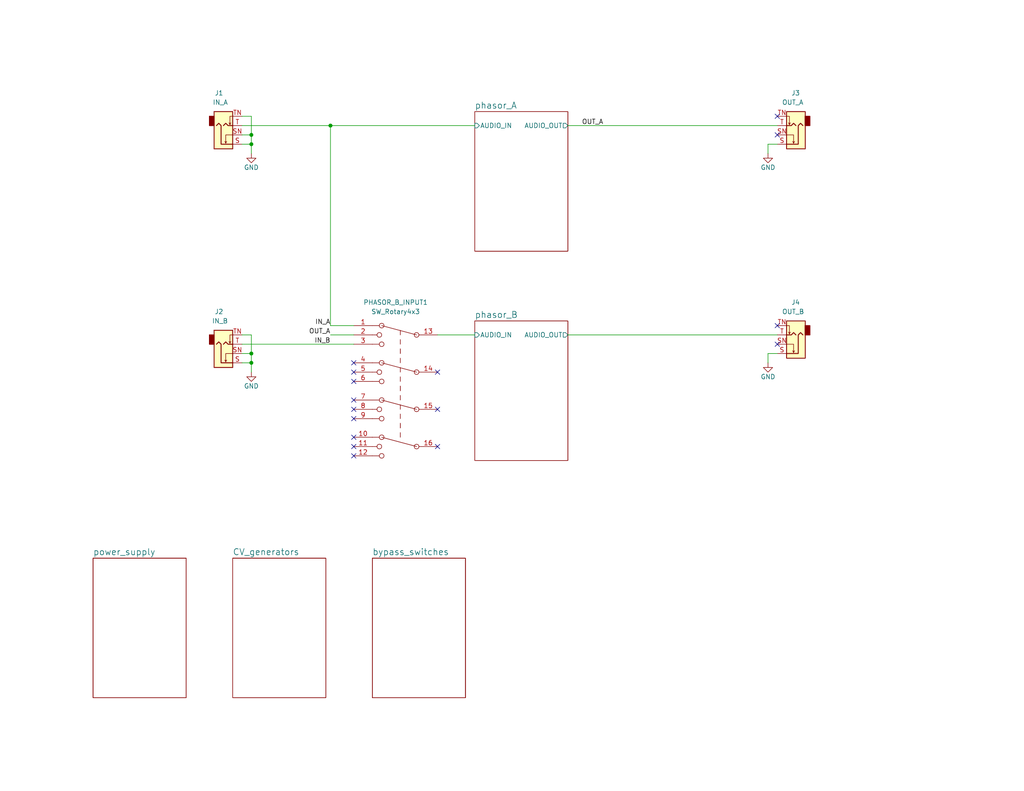
<source format=kicad_sch>
(kicad_sch (version 20211123) (generator eeschema)
  (paper "A")
  (title_block (title "Mu-Tron Bi-Phase near-clone") (date "2022-08-01") (rev "0") (comment 2 "creativecommons.org/licenses/by/4.0/") (comment 3 "License: CC by 4.0") (comment 4 "Author: Jordan Aceto"))
  (lib_symbols
    (symbol "Connector:AudioJack2_Switch"
      (property "Reference" "J" (at 0 11.43 0))
      (property "Value" "AudioJack2_Switch" (at 0 8.89 0))
      (symbol "AudioJack2_Switch_0_1"
        (rectangle (start -2.54 0) (end -3.81 -2.54) (stroke (width 0.254)) (fill (type outline)))
        (rectangle (start 2.54 6.35) (end -2.54 -3.81) (stroke (width 0.254)) (fill (type background)))
      )
      (symbol "AudioJack2_Switch_1_1"
        (polyline (pts (xy 0.635 4.826) (xy 0.889 4.318)))
        (polyline (pts (xy 1.778 -0.254) (xy 2.032 -0.762)))
        (polyline (pts (xy 0 0) (xy 0.635 -0.635) (xy 1.27 0) (xy 2.54 0)) (stroke (width 0.254)))
        (polyline (pts (xy 2.54 -2.54) (xy 1.778 -2.54) (xy 1.778 -0.254) (xy 1.524 -0.762)))
        (polyline (pts (xy 2.54 2.54) (xy 0.635 2.54) (xy 0.635 4.826) (xy 0.381 4.318)))
        (polyline (pts (xy 2.54 5.08) (xy -0.635 5.08) (xy -0.635 0) (xy -1.27 -0.635) (xy -1.905 0)) (stroke (width 0.254)))
        (pin passive line (at 5.08 5.08 180) (length 2.54) (name "~") (number "S"))
        (pin passive line (at 5.08 2.54 180) (length 2.54) (name "~") (number "SN"))
        (pin passive line (at 5.08 0 180) (length 2.54) (name "~") (number "T"))
        (pin passive line (at 5.08 -2.54 180) (length 2.54) (name "~") (number "TN"))
      )
    )
    (symbol "Switch:SW_Rotary4x3" (pin_names (offset 1.016) hide)
      (property "Reference" "SW" (at 0 20.32 0))
      (property "Value" "SW_Rotary4x3" (at 0 -20.32 0))
      (symbol "SW_Rotary4x3_0_0"
        (circle (center -4.445 -15.24) (radius 0.635))
        (circle (center -4.445 -5.08) (radius 0.635))
        (circle (center -4.445 5.08) (radius 0.635))
        (circle (center -4.445 15.24) (radius 0.635))
        (polyline (pts (xy -4.445 -15.24) (xy 5.08 -12.7)))
        (polyline (pts (xy -4.445 -5.08) (xy 5.08 -2.54)))
        (polyline (pts (xy -4.445 5.08) (xy 5.08 7.62)))
        (polyline (pts (xy -4.445 15.24) (xy 5.08 17.78)))
        (polyline (pts (xy 0 -12.7) (xy 0 -11.43)))
        (polyline (pts (xy 0 -10.16) (xy 0 -8.89)))
        (polyline (pts (xy 0 -10.16) (xy 0 -8.89)))
        (polyline (pts (xy 0 -7.62) (xy 0 -6.35)))
        (polyline (pts (xy 0 -5.08) (xy 0 -3.81)))
        (polyline (pts (xy 0 -2.54) (xy 0 -1.27)))
        (polyline (pts (xy 0 0) (xy 0 1.27)))
        (polyline (pts (xy 0 0) (xy 0 1.27)))
        (polyline (pts (xy 0 2.54) (xy 0 3.81)))
        (polyline (pts (xy 0 5.08) (xy 0 6.35)))
        (polyline (pts (xy 0 7.62) (xy 0 8.89)))
        (polyline (pts (xy 0 10.16) (xy 0 11.43)))
        (polyline (pts (xy 0 10.16) (xy 0 11.43)))
        (polyline (pts (xy 0 12.7) (xy 0 13.97)))
        (polyline (pts (xy 0 15.24) (xy 0 16.51)))
        (polyline (pts (xy 5.715 -17.78) (xy 7.62 -17.78)))
        (polyline (pts (xy 5.715 -12.7) (xy 7.62 -12.7)))
        (polyline (pts (xy 5.715 -7.62) (xy 7.62 -7.62)))
        (polyline (pts (xy 5.715 -2.54) (xy 7.62 -2.54)))
        (polyline (pts (xy 5.715 2.54) (xy 7.62 2.54)))
        (polyline (pts (xy 5.715 7.62) (xy 7.62 7.62)))
        (polyline (pts (xy 5.715 12.7) (xy 7.62 12.7)))
        (polyline (pts (xy 5.715 17.78) (xy 7.62 17.78)))
        (polyline (pts (xy 6.35 -15.24) (xy 7.62 -15.24)))
        (polyline (pts (xy 6.35 -5.08) (xy 7.62 -5.08)))
        (polyline (pts (xy 6.35 5.08) (xy 7.62 5.08)))
        (polyline (pts (xy 6.35 15.24) (xy 7.62 15.24)))
        (circle (center 5.08 -17.78) (radius 0.635))
        (circle (center 5.08 -12.7) (radius 0.635))
        (circle (center 5.08 -7.62) (radius 0.635))
        (circle (center 5.08 -2.54) (radius 0.635))
        (circle (center 5.08 2.54) (radius 0.635))
        (circle (center 5.08 7.62) (radius 0.635))
        (circle (center 5.08 12.7) (radius 0.635))
        (circle (center 5.08 17.78) (radius 0.635))
        (circle (center 5.715 -15.24) (radius 0.635))
        (circle (center 5.715 -5.08) (radius 0.635))
        (circle (center 5.715 5.08) (radius 0.635))
        (circle (center 5.715 15.24) (radius 0.635))
      )
      (symbol "SW_Rotary4x3_0_1"
        (pin passive line (at 12.7 17.78 180) (length 5.08) (name "1") (number "1"))
        (pin passive line (at 12.7 -12.7 180) (length 5.08) (name "10") (number "10"))
        (pin passive line (at 12.7 -15.24 180) (length 5.08) (name "11") (number "11"))
        (pin passive line (at 12.7 -17.78 180) (length 5.08) (name "12") (number "12"))
        (pin passive line (at -10.16 15.24 0) (length 5.08) (name "13") (number "13"))
        (pin passive line (at -10.16 5.08 0) (length 5.08) (name "14") (number "14"))
        (pin passive line (at -10.16 -5.08 0) (length 5.08) (name "15") (number "15"))
        (pin passive line (at -10.16 -15.24 0) (length 5.08) (name "16") (number "16"))
        (pin passive line (at 12.7 15.24 180) (length 5.08) (name "2") (number "2"))
        (pin passive line (at 12.7 12.7 180) (length 5.08) (name "3") (number "3"))
        (pin passive line (at 12.7 7.62 180) (length 5.08) (name "4") (number "4"))
        (pin passive line (at 12.7 5.08 180) (length 5.08) (name "5") (number "5"))
        (pin passive line (at 12.7 2.54 180) (length 5.08) (name "6") (number "6"))
        (pin passive line (at 12.7 -2.54 180) (length 5.08) (name "7") (number "7"))
        (pin passive line (at 12.7 -5.08 180) (length 5.08) (name "8") (number "8"))
        (pin passive line (at 12.7 -7.62 180) (length 5.08) (name "9") (number "9"))
      )
    )
    (symbol "power:GND" (power) (pin_names (offset 0))
      (property "Value" "GND" (at 0 -3.81 0))
      (symbol "GND_0_1"
        (polyline (pts (xy 0 0) (xy 0 -1.27) (xy 1.27 -1.27) (xy 0 -2.54) (xy -1.27 -1.27) (xy 0 -1.27)))
      )
      (symbol "GND_1_1"
        (pin power_in line (at 0 0 270) (length 0) hide (name "GND") (number "1"))
      )
    )
  )
  (junction (at 90.17 34.29))
  (junction (at 68.58 96.52))
  (junction (at 68.58 39.37))
  (junction (at 68.58 99.06))
  (junction (at 68.58 36.83))
  (no_connect (at 212.09 93.98))
  (no_connect (at 119.38 121.92))
  (no_connect (at 96.52 121.92))
  (no_connect (at 96.52 119.38))
  (no_connect (at 96.52 124.46))
  (no_connect (at 96.52 104.14))
  (no_connect (at 96.52 109.22))
  (no_connect (at 119.38 101.6))
  (no_connect (at 119.38 111.76))
  (no_connect (at 96.52 101.6))
  (no_connect (at 96.52 99.06))
  (no_connect (at 96.52 111.76))
  (no_connect (at 96.52 114.3))
  (no_connect (at 212.09 36.83))
  (no_connect (at 212.09 31.75))
  (no_connect (at 212.09 88.9))
  (wire (pts (xy 90.17 91.44) (xy 96.52 91.44)))
  (wire (pts (xy 154.94 34.29) (xy 212.09 34.29)))
  (wire (pts (xy 68.58 91.44) (xy 66.04 91.44)))
  (wire (pts (xy 68.58 99.06) (xy 66.04 99.06)))
  (wire (pts (xy 68.58 101.6) (xy 68.58 99.06)))
  (wire (pts (xy 209.55 96.52) (xy 212.09 96.52)))
  (wire (pts (xy 68.58 36.83) (xy 68.58 31.75)))
  (wire (pts (xy 68.58 99.06) (xy 68.58 96.52)))
  (wire (pts (xy 66.04 36.83) (xy 68.58 36.83)))
  (wire (pts (xy 209.55 39.37) (xy 212.09 39.37)))
  (wire (pts (xy 90.17 34.29) (xy 90.17 88.9)))
  (wire (pts (xy 68.58 31.75) (xy 66.04 31.75)))
  (wire (pts (xy 209.55 41.91) (xy 209.55 39.37)))
  (wire (pts (xy 66.04 34.29) (xy 90.17 34.29)))
  (wire (pts (xy 68.58 39.37) (xy 68.58 36.83)))
  (wire (pts (xy 154.94 91.44) (xy 212.09 91.44)))
  (wire (pts (xy 66.04 96.52) (xy 68.58 96.52)))
  (wire (pts (xy 90.17 34.29) (xy 129.54 34.29)))
  (wire (pts (xy 90.17 88.9) (xy 96.52 88.9)))
  (wire (pts (xy 209.55 99.06) (xy 209.55 96.52)))
  (wire (pts (xy 68.58 39.37) (xy 66.04 39.37)))
  (wire (pts (xy 66.04 93.98) (xy 96.52 93.98)))
  (wire (pts (xy 68.58 96.52) (xy 68.58 91.44)))
  (wire (pts (xy 68.58 41.91) (xy 68.58 39.37)))
  (wire (pts (xy 119.38 91.44) (xy 129.54 91.44)))
  (label "IN_A" (at 90.17 88.9 180))
  (label "IN_B" (at 90.17 93.98 180))
  (label "OUT_A" (at 158.75 34.29 0))
  (label "OUT_A" (at 90.17 91.44 180))
  (symbol (lib_id "Connector:AudioJack2_Switch") (at 60.96 93.98 0) (mirror x) (unit 1)
    (property "Reference" "J2" (at 60.96 85.09 0) (effects (justify right)))
    (property "Value" "IN_B" (at 62.23 87.63 0) (effects (justify right)))
  )
  (symbol (lib_id "power:GND") (at 209.55 41.91 0) (mirror y) (unit 1)
    (property "Reference" "#PWR03" (effects hide))
    (property "Value" "GND" (at 209.55 45.72 0))
  )
  (symbol (lib_id "Switch:SW_Rotary4x3") (at 109.22 106.68 0) (mirror y) (unit 1)
    (property "Reference" "PHASOR_B_INPUT1" (at 107.95 82.55 0))
    (property "Value" "SW_Rotary4x3" (at 107.95 85.09 0))
    (property "Datasheet" "http://cdn-reichelt.de/documents/datenblatt/C200/DS-Serie%23LOR.pdf" (effects hide))
  )
  (symbol (lib_id "power:GND") (at 68.58 101.6 0) (unit 1)
    (property "Reference" "#PWR02" (effects hide))
    (property "Value" "GND" (at 68.58 105.41 0))
  )
  (symbol (lib_id "Connector:AudioJack2_Switch") (at 60.96 34.29 0) (mirror x) (unit 1)
    (property "Reference" "J1" (at 60.96 25.4 0) (effects (justify right)))
    (property "Value" "IN_A" (at 62.23 27.94 0) (effects (justify right)))
  )
  (symbol (lib_id "power:GND") (at 68.58 41.91 0) (unit 1)
    (property "Reference" "#PWR01" (effects hide))
    (property "Value" "GND" (at 68.58 45.72 0))
  )
  (symbol (lib_id "Connector:AudioJack2_Switch") (at 217.17 34.29 180) (unit 1)
    (property "Reference" "J3" (at 215.9 25.4 0) (effects (justify right)))
    (property "Value" "OUT_A" (at 213.36 27.94 0) (effects (justify right)))
  )
  (symbol (lib_id "Connector:AudioJack2_Switch") (at 217.17 91.44 180) (unit 1)
    (property "Reference" "J4" (at 215.9 82.55 0) (effects (justify right)))
    (property "Value" "OUT_B" (at 213.36 85.09 0) (effects (justify right)))
  )
  (symbol (lib_id "power:GND") (at 209.55 99.06 0) (mirror y) (unit 1)
    (property "Reference" "#PWR04" (effects hide))
    (property "Value" "GND" (at 209.55 102.87 0))
  )
  (sheet (at 129.54 87.63) (size 25.4 38.1) (stroke (width 0.1524))
    (property "Sheet name" "phasor_B" (at 129.54 86.9184 0) (effects (font (size 1.7 1.7)) (justify left bottom)))
    (property "Sheet file" "phasor.kicad_sch" (effects hide))
    (pin "AUDIO_OUT" output (at 154.94 91.44 0))
    (pin "AUDIO_IN" input (at 129.54 91.44 180))
  )
  (sheet (at 101.6 152.4) (size 25.4 38.1) (stroke (width 0.1524))
    (property "Sheet name" "bypass_switches" (at 101.6 151.6884 0) (effects (font (size 1.7 1.7)) (justify left bottom)))
    (property "Sheet file" "bypass_switches.kicad_sch" (effects hide))
  )
  (sheet (at 25.4 152.4) (size 25.4 38.1) (stroke (width 0.1524))
    (property "Sheet name" "power_supply" (at 25.4 151.6884 0) (effects (font (size 1.7 1.7)) (justify left bottom)))
    (property "Sheet file" "power_supply.kicad_sch" (effects hide))
  )
  (sheet (at 63.5 152.4) (size 25.4 38.1) (stroke (width 0.1524))
    (property "Sheet name" "CV_generators" (at 63.5 151.6884 0) (effects (font (size 1.7 1.7)) (justify left bottom)))
    (property "Sheet file" "CV_generators.kicad_sch" (effects hide))
  )
  (sheet (at 129.54 30.48) (size 25.4 38.1) (stroke (width 0.1524))
    (property "Sheet name" "phasor_A" (at 129.54 29.7684 0) (effects (font (size 1.7 1.7)) (justify left bottom)))
    (property "Sheet file" "phasor.kicad_sch" (effects hide))
    (pin "AUDIO_OUT" output (at 154.94 34.29 0))
    (pin "AUDIO_IN" input (at 129.54 34.29 180))
  )
)
</source>
